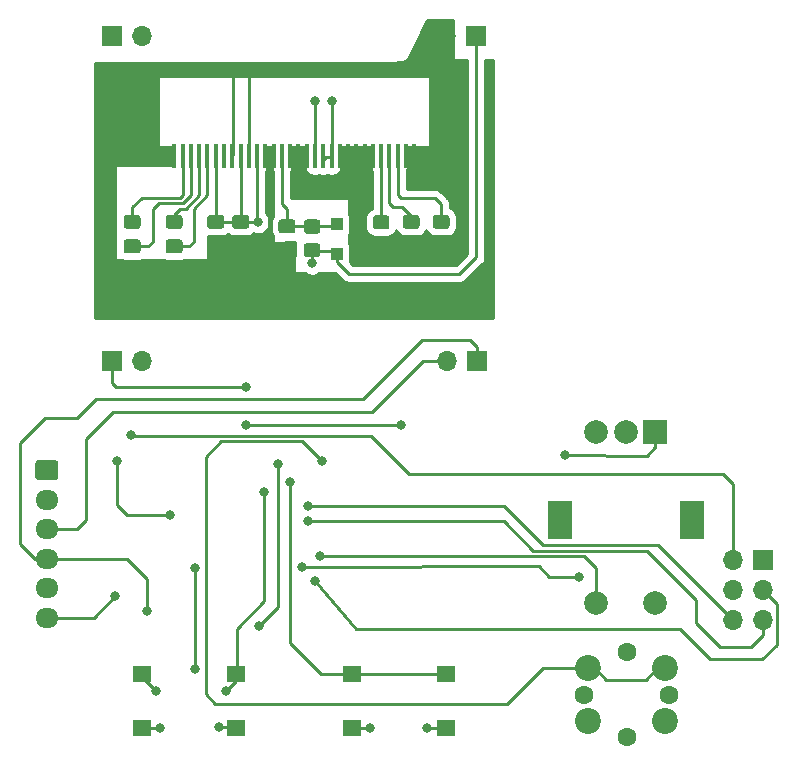
<source format=gbr>
%TF.GenerationSoftware,KiCad,Pcbnew,(5.1.9)-1*%
%TF.CreationDate,2021-03-19T20:46:11+01:00*%
%TF.ProjectId,Panel,50616e65-6c2e-46b6-9963-61645f706362,2*%
%TF.SameCoordinates,Original*%
%TF.FileFunction,Copper,L1,Top*%
%TF.FilePolarity,Positive*%
%FSLAX46Y46*%
G04 Gerber Fmt 4.6, Leading zero omitted, Abs format (unit mm)*
G04 Created by KiCad (PCBNEW (5.1.9)-1) date 2021-03-19 20:46:11*
%MOMM*%
%LPD*%
G01*
G04 APERTURE LIST*
%TA.AperFunction,ComponentPad*%
%ADD10C,1.600000*%
%TD*%
%TA.AperFunction,ComponentPad*%
%ADD11C,2.200000*%
%TD*%
%TA.AperFunction,SMDPad,CuDef*%
%ADD12R,1.000000X1.000000*%
%TD*%
%TA.AperFunction,ComponentPad*%
%ADD13R,1.700000X1.700000*%
%TD*%
%TA.AperFunction,ComponentPad*%
%ADD14O,1.700000X1.700000*%
%TD*%
%TA.AperFunction,ComponentPad*%
%ADD15O,1.950000X1.700000*%
%TD*%
%TA.AperFunction,ComponentPad*%
%ADD16R,2.000000X2.000000*%
%TD*%
%TA.AperFunction,ComponentPad*%
%ADD17C,2.000000*%
%TD*%
%TA.AperFunction,ComponentPad*%
%ADD18R,2.000000X3.200000*%
%TD*%
%TA.AperFunction,SMDPad,CuDef*%
%ADD19R,1.600000X1.400000*%
%TD*%
%TA.AperFunction,SMDPad,CuDef*%
%ADD20R,0.400000X2.000000*%
%TD*%
%TA.AperFunction,ViaPad*%
%ADD21C,0.800000*%
%TD*%
%TA.AperFunction,Conductor*%
%ADD22C,0.250000*%
%TD*%
%TA.AperFunction,Conductor*%
%ADD23C,0.254000*%
%TD*%
%TA.AperFunction,Conductor*%
%ADD24C,0.100000*%
%TD*%
G04 APERTURE END LIST*
D10*
%TO.P,SW104,-L2*%
%TO.N,GND*%
X118269200Y-114122200D03*
%TO.P,SW104,-L1*%
X125469200Y-114122200D03*
%TO.P,SW104,+L2*%
%TO.N,Net-(R105-Pad2)*%
X121869200Y-117722200D03*
%TO.P,SW104,+L1*%
%TO.N,Net-(R104-Pad2)*%
X121869200Y-110522200D03*
D11*
%TO.P,SW104,4*%
%TO.N,MBTN*%
X125119200Y-111872200D03*
%TO.P,SW104,3*%
X118619200Y-111872200D03*
%TO.P,SW104,2*%
%TO.N,GND*%
X118619200Y-116372200D03*
%TO.P,SW104,1*%
X125119200Y-116372200D03*
%TD*%
D12*
%TO.P,D201,2*%
%TO.N,Net-(C205-Pad1)*%
X97307400Y-74276900D03*
%TO.P,D201,1*%
%TO.N,+3V3*%
X97307400Y-76776900D03*
%TD*%
D13*
%TO.P,J104,1*%
%TO.N,SCL*%
X109169200Y-85852000D03*
D14*
%TO.P,J104,2*%
%TO.N,SDA*%
X106629200Y-85852000D03*
%TD*%
D13*
%TO.P,J101,1*%
%TO.N,+3V3*%
X78308200Y-85852000D03*
D14*
%TO.P,J101,2*%
%TO.N,GND*%
X80848200Y-85852000D03*
%TD*%
D15*
%TO.P,J102,6*%
%TO.N,~RST*%
X72771000Y-107597600D03*
%TO.P,J102,5*%
%TO.N,~INT*%
X72771000Y-105097600D03*
%TO.P,J102,4*%
%TO.N,SCL*%
X72771000Y-102597600D03*
%TO.P,J102,3*%
%TO.N,SDA*%
X72771000Y-100097600D03*
%TO.P,J102,2*%
%TO.N,VCC*%
X72771000Y-97597600D03*
%TO.P,J102,1*%
%TO.N,GND*%
%TA.AperFunction,ComponentPad*%
G36*
G01*
X72046000Y-94247600D02*
X73496000Y-94247600D01*
G75*
G02*
X73746000Y-94497600I0J-250000D01*
G01*
X73746000Y-95697600D01*
G75*
G02*
X73496000Y-95947600I-250000J0D01*
G01*
X72046000Y-95947600D01*
G75*
G02*
X71796000Y-95697600I0J250000D01*
G01*
X71796000Y-94497600D01*
G75*
G02*
X72046000Y-94247600I250000J0D01*
G01*
G37*
%TD.AperFunction*%
%TD*%
D16*
%TO.P,SW101,A*%
%TO.N,ENCA*%
X124297440Y-91859100D03*
D17*
%TO.P,SW101,C*%
%TO.N,GND*%
X121797440Y-91859100D03*
%TO.P,SW101,B*%
%TO.N,ENCB*%
X119297440Y-91859100D03*
D18*
%TO.P,SW101,MP*%
%TO.N,N/C*%
X127397440Y-99359100D03*
X116197440Y-99359100D03*
D17*
%TO.P,SW101,S2*%
%TO.N,GND*%
X124297440Y-106359100D03*
%TO.P,SW101,S1*%
%TO.N,ENCBTN*%
X119297440Y-106359100D03*
%TD*%
D19*
%TO.P,SW103,3*%
%TO.N,RBTN*%
X106581200Y-112392900D03*
%TO.P,SW103,4*%
X98581200Y-112392900D03*
%TO.P,SW103,1*%
%TO.N,GND*%
X106581200Y-116892900D03*
%TO.P,SW103,2*%
X98581200Y-116892900D03*
%TD*%
%TO.P,SW102,3*%
%TO.N,LBTN*%
X88797900Y-112392900D03*
%TO.P,SW102,4*%
X80797900Y-112392900D03*
%TO.P,SW102,1*%
%TO.N,GND*%
X88797900Y-116892900D03*
%TO.P,SW102,2*%
X80797900Y-116892900D03*
%TD*%
D14*
%TO.P,J103,6*%
%TO.N,IO3*%
X130873500Y-107823000D03*
%TO.P,J103,5*%
%TO.N,IO2*%
X133413500Y-107823000D03*
%TO.P,J103,4*%
%TO.N,IO1*%
X130873500Y-105283000D03*
%TO.P,J103,3*%
%TO.N,IO0*%
X133413500Y-105283000D03*
%TO.P,J103,2*%
%TO.N,VCC*%
X130873500Y-102743000D03*
D13*
%TO.P,J103,1*%
%TO.N,GND*%
X133413500Y-102743000D03*
%TD*%
%TO.P,C207,2*%
%TO.N,GND*%
%TA.AperFunction,SMDPad,CuDef*%
G36*
G01*
X105671600Y-75570500D02*
X106621600Y-75570500D01*
G75*
G02*
X106871600Y-75820500I0J-250000D01*
G01*
X106871600Y-76495500D01*
G75*
G02*
X106621600Y-76745500I-250000J0D01*
G01*
X105671600Y-76745500D01*
G75*
G02*
X105421600Y-76495500I0J250000D01*
G01*
X105421600Y-75820500D01*
G75*
G02*
X105671600Y-75570500I250000J0D01*
G01*
G37*
%TD.AperFunction*%
%TO.P,C207,1*%
%TO.N,Net-(C207-Pad1)*%
%TA.AperFunction,SMDPad,CuDef*%
G36*
G01*
X105671600Y-73495500D02*
X106621600Y-73495500D01*
G75*
G02*
X106871600Y-73745500I0J-250000D01*
G01*
X106871600Y-74420500D01*
G75*
G02*
X106621600Y-74670500I-250000J0D01*
G01*
X105671600Y-74670500D01*
G75*
G02*
X105421600Y-74420500I0J250000D01*
G01*
X105421600Y-73745500D01*
G75*
G02*
X105671600Y-73495500I250000J0D01*
G01*
G37*
%TD.AperFunction*%
%TD*%
D14*
%TO.P,J201,2*%
%TO.N,GND*%
X106578400Y-58331100D03*
D13*
%TO.P,J201,1*%
%TO.N,+3V3*%
X109118400Y-58331100D03*
%TD*%
%TO.P,C205,2*%
%TO.N,GND*%
%TA.AperFunction,SMDPad,CuDef*%
G36*
G01*
X92616000Y-75951500D02*
X93566000Y-75951500D01*
G75*
G02*
X93816000Y-76201500I0J-250000D01*
G01*
X93816000Y-76876500D01*
G75*
G02*
X93566000Y-77126500I-250000J0D01*
G01*
X92616000Y-77126500D01*
G75*
G02*
X92366000Y-76876500I0J250000D01*
G01*
X92366000Y-76201500D01*
G75*
G02*
X92616000Y-75951500I250000J0D01*
G01*
G37*
%TD.AperFunction*%
%TO.P,C205,1*%
%TO.N,Net-(C205-Pad1)*%
%TA.AperFunction,SMDPad,CuDef*%
G36*
G01*
X92616000Y-73876500D02*
X93566000Y-73876500D01*
G75*
G02*
X93816000Y-74126500I0J-250000D01*
G01*
X93816000Y-74801500D01*
G75*
G02*
X93566000Y-75051500I-250000J0D01*
G01*
X92616000Y-75051500D01*
G75*
G02*
X92366000Y-74801500I0J250000D01*
G01*
X92366000Y-74126500D01*
G75*
G02*
X92616000Y-73876500I250000J0D01*
G01*
G37*
%TD.AperFunction*%
%TD*%
%TO.P,R202,2*%
%TO.N,Net-(J203-Pad26)*%
%TA.AperFunction,SMDPad,CuDef*%
G36*
G01*
X101516601Y-74720500D02*
X100616599Y-74720500D01*
G75*
G02*
X100366600Y-74470501I0J249999D01*
G01*
X100366600Y-73770499D01*
G75*
G02*
X100616599Y-73520500I249999J0D01*
G01*
X101516601Y-73520500D01*
G75*
G02*
X101766600Y-73770499I0J-249999D01*
G01*
X101766600Y-74470501D01*
G75*
G02*
X101516601Y-74720500I-249999J0D01*
G01*
G37*
%TD.AperFunction*%
%TO.P,R202,1*%
%TO.N,GND*%
%TA.AperFunction,SMDPad,CuDef*%
G36*
G01*
X101516601Y-76720500D02*
X100616599Y-76720500D01*
G75*
G02*
X100366600Y-76470501I0J249999D01*
G01*
X100366600Y-75770499D01*
G75*
G02*
X100616599Y-75520500I249999J0D01*
G01*
X101516601Y-75520500D01*
G75*
G02*
X101766600Y-75770499I0J-249999D01*
G01*
X101766600Y-76470501D01*
G75*
G02*
X101516601Y-76720500I-249999J0D01*
G01*
G37*
%TD.AperFunction*%
%TD*%
%TO.P,C204,2*%
%TO.N,GND*%
%TA.AperFunction,SMDPad,CuDef*%
G36*
G01*
X88704400Y-75570500D02*
X89654400Y-75570500D01*
G75*
G02*
X89904400Y-75820500I0J-250000D01*
G01*
X89904400Y-76495500D01*
G75*
G02*
X89654400Y-76745500I-250000J0D01*
G01*
X88704400Y-76745500D01*
G75*
G02*
X88454400Y-76495500I0J250000D01*
G01*
X88454400Y-75820500D01*
G75*
G02*
X88704400Y-75570500I250000J0D01*
G01*
G37*
%TD.AperFunction*%
%TO.P,C204,1*%
%TO.N,+3V3*%
%TA.AperFunction,SMDPad,CuDef*%
G36*
G01*
X88704400Y-73495500D02*
X89654400Y-73495500D01*
G75*
G02*
X89904400Y-73745500I0J-250000D01*
G01*
X89904400Y-74420500D01*
G75*
G02*
X89654400Y-74670500I-250000J0D01*
G01*
X88704400Y-74670500D01*
G75*
G02*
X88454400Y-74420500I0J250000D01*
G01*
X88454400Y-73745500D01*
G75*
G02*
X88704400Y-73495500I250000J0D01*
G01*
G37*
%TD.AperFunction*%
%TD*%
D14*
%TO.P,J202,2*%
%TO.N,SDA*%
X80797400Y-58331100D03*
D13*
%TO.P,J202,1*%
%TO.N,SCL*%
X78257400Y-58331100D03*
%TD*%
%TO.P,C206,2*%
%TO.N,GND*%
%TA.AperFunction,SMDPad,CuDef*%
G36*
G01*
X103131600Y-75570500D02*
X104081600Y-75570500D01*
G75*
G02*
X104331600Y-75820500I0J-250000D01*
G01*
X104331600Y-76495500D01*
G75*
G02*
X104081600Y-76745500I-250000J0D01*
G01*
X103131600Y-76745500D01*
G75*
G02*
X102881600Y-76495500I0J250000D01*
G01*
X102881600Y-75820500D01*
G75*
G02*
X103131600Y-75570500I250000J0D01*
G01*
G37*
%TD.AperFunction*%
%TO.P,C206,1*%
%TO.N,Net-(C206-Pad1)*%
%TA.AperFunction,SMDPad,CuDef*%
G36*
G01*
X103131600Y-73495500D02*
X104081600Y-73495500D01*
G75*
G02*
X104331600Y-73745500I0J-250000D01*
G01*
X104331600Y-74420500D01*
G75*
G02*
X104081600Y-74670500I-250000J0D01*
G01*
X103131600Y-74670500D01*
G75*
G02*
X102881600Y-74420500I0J250000D01*
G01*
X102881600Y-73745500D01*
G75*
G02*
X103131600Y-73495500I250000J0D01*
G01*
G37*
%TD.AperFunction*%
%TD*%
%TO.P,C202,2*%
%TO.N,Net-(C202-Pad2)*%
%TA.AperFunction,SMDPad,CuDef*%
G36*
G01*
X83065600Y-75570500D02*
X84015600Y-75570500D01*
G75*
G02*
X84265600Y-75820500I0J-250000D01*
G01*
X84265600Y-76495500D01*
G75*
G02*
X84015600Y-76745500I-250000J0D01*
G01*
X83065600Y-76745500D01*
G75*
G02*
X82815600Y-76495500I0J250000D01*
G01*
X82815600Y-75820500D01*
G75*
G02*
X83065600Y-75570500I250000J0D01*
G01*
G37*
%TD.AperFunction*%
%TO.P,C202,1*%
%TO.N,Net-(C202-Pad1)*%
%TA.AperFunction,SMDPad,CuDef*%
G36*
G01*
X83065600Y-73495500D02*
X84015600Y-73495500D01*
G75*
G02*
X84265600Y-73745500I0J-250000D01*
G01*
X84265600Y-74420500D01*
G75*
G02*
X84015600Y-74670500I-250000J0D01*
G01*
X83065600Y-74670500D01*
G75*
G02*
X82815600Y-74420500I0J250000D01*
G01*
X82815600Y-73745500D01*
G75*
G02*
X83065600Y-73495500I250000J0D01*
G01*
G37*
%TD.AperFunction*%
%TD*%
D20*
%TO.P,J203,30*%
%TO.N,GND*%
X103870400Y-68523100D03*
%TO.P,J203,29*%
X103170400Y-68523100D03*
%TO.P,J203,28*%
%TO.N,Net-(C207-Pad1)*%
X102470400Y-68523100D03*
%TO.P,J203,27*%
%TO.N,Net-(C206-Pad1)*%
X101770400Y-68523100D03*
%TO.P,J203,26*%
%TO.N,Net-(J203-Pad26)*%
X101070400Y-68523100D03*
%TO.P,J203,25*%
%TO.N,GND*%
X100370400Y-68523100D03*
%TO.P,J203,24*%
X99670400Y-68523100D03*
%TO.P,J203,23*%
X98970400Y-68523100D03*
%TO.P,J203,22*%
X98270400Y-68523100D03*
%TO.P,J203,21*%
X97570400Y-68523100D03*
%TO.P,J203,20*%
%TO.N,SDA*%
X96870400Y-68523100D03*
%TO.P,J203,19*%
X96170400Y-68523100D03*
%TO.P,J203,18*%
%TO.N,SCL*%
X95470400Y-68523100D03*
%TO.P,J203,17*%
%TO.N,GND*%
X94770400Y-68523100D03*
%TO.P,J203,16*%
X94070400Y-68523100D03*
%TO.P,J203,15*%
X93370400Y-68523100D03*
%TO.P,J203,14*%
%TO.N,Net-(C205-Pad1)*%
X92670400Y-68523100D03*
%TO.P,J203,13*%
%TO.N,GND*%
X91970400Y-68523100D03*
%TO.P,J203,12*%
X91270400Y-68523100D03*
%TO.P,J203,11*%
%TO.N,+3V3*%
X90570400Y-68523100D03*
%TO.P,J203,10*%
%TO.N,GND*%
X89870400Y-68523100D03*
%TO.P,J203,9*%
%TO.N,+3V3*%
X89170400Y-68523100D03*
%TO.P,J203,8*%
%TO.N,GND*%
X88470400Y-68523100D03*
%TO.P,J203,7*%
%TO.N,N/C*%
X87770400Y-68523100D03*
%TO.P,J203,6*%
%TO.N,+3V3*%
X87070400Y-68523100D03*
%TO.P,J203,5*%
%TO.N,Net-(C202-Pad2)*%
X86370400Y-68523100D03*
%TO.P,J203,4*%
%TO.N,Net-(C202-Pad1)*%
X85670400Y-68523100D03*
%TO.P,J203,3*%
%TO.N,Net-(C201-Pad2)*%
X84970400Y-68523100D03*
%TO.P,J203,2*%
%TO.N,Net-(C201-Pad1)*%
X84270400Y-68523100D03*
%TO.P,J203,1*%
%TO.N,GND*%
X83570400Y-68523100D03*
%TD*%
%TO.P,R201,2*%
%TO.N,Net-(C205-Pad1)*%
%TA.AperFunction,SMDPad,CuDef*%
G36*
G01*
X95674601Y-75076100D02*
X94774599Y-75076100D01*
G75*
G02*
X94524600Y-74826101I0J249999D01*
G01*
X94524600Y-74126099D01*
G75*
G02*
X94774599Y-73876100I249999J0D01*
G01*
X95674601Y-73876100D01*
G75*
G02*
X95924600Y-74126099I0J-249999D01*
G01*
X95924600Y-74826101D01*
G75*
G02*
X95674601Y-75076100I-249999J0D01*
G01*
G37*
%TD.AperFunction*%
%TO.P,R201,1*%
%TO.N,+3V3*%
%TA.AperFunction,SMDPad,CuDef*%
G36*
G01*
X95674601Y-77076100D02*
X94774599Y-77076100D01*
G75*
G02*
X94524600Y-76826101I0J249999D01*
G01*
X94524600Y-76126099D01*
G75*
G02*
X94774599Y-75876100I249999J0D01*
G01*
X95674601Y-75876100D01*
G75*
G02*
X95924600Y-76126099I0J-249999D01*
G01*
X95924600Y-76826101D01*
G75*
G02*
X95674601Y-77076100I-249999J0D01*
G01*
G37*
%TD.AperFunction*%
%TD*%
%TO.P,C203,2*%
%TO.N,GND*%
%TA.AperFunction,SMDPad,CuDef*%
G36*
G01*
X86596200Y-75570500D02*
X87546200Y-75570500D01*
G75*
G02*
X87796200Y-75820500I0J-250000D01*
G01*
X87796200Y-76495500D01*
G75*
G02*
X87546200Y-76745500I-250000J0D01*
G01*
X86596200Y-76745500D01*
G75*
G02*
X86346200Y-76495500I0J250000D01*
G01*
X86346200Y-75820500D01*
G75*
G02*
X86596200Y-75570500I250000J0D01*
G01*
G37*
%TD.AperFunction*%
%TO.P,C203,1*%
%TO.N,+3V3*%
%TA.AperFunction,SMDPad,CuDef*%
G36*
G01*
X86596200Y-73495500D02*
X87546200Y-73495500D01*
G75*
G02*
X87796200Y-73745500I0J-250000D01*
G01*
X87796200Y-74420500D01*
G75*
G02*
X87546200Y-74670500I-250000J0D01*
G01*
X86596200Y-74670500D01*
G75*
G02*
X86346200Y-74420500I0J250000D01*
G01*
X86346200Y-73745500D01*
G75*
G02*
X86596200Y-73495500I250000J0D01*
G01*
G37*
%TD.AperFunction*%
%TD*%
%TO.P,C201,2*%
%TO.N,Net-(C201-Pad2)*%
%TA.AperFunction,SMDPad,CuDef*%
G36*
G01*
X79509600Y-75570500D02*
X80459600Y-75570500D01*
G75*
G02*
X80709600Y-75820500I0J-250000D01*
G01*
X80709600Y-76495500D01*
G75*
G02*
X80459600Y-76745500I-250000J0D01*
G01*
X79509600Y-76745500D01*
G75*
G02*
X79259600Y-76495500I0J250000D01*
G01*
X79259600Y-75820500D01*
G75*
G02*
X79509600Y-75570500I250000J0D01*
G01*
G37*
%TD.AperFunction*%
%TO.P,C201,1*%
%TO.N,Net-(C201-Pad1)*%
%TA.AperFunction,SMDPad,CuDef*%
G36*
G01*
X79509600Y-73495500D02*
X80459600Y-73495500D01*
G75*
G02*
X80709600Y-73745500I0J-250000D01*
G01*
X80709600Y-74420500D01*
G75*
G02*
X80459600Y-74670500I-250000J0D01*
G01*
X79509600Y-74670500D01*
G75*
G02*
X79259600Y-74420500I0J250000D01*
G01*
X79259600Y-73745500D01*
G75*
G02*
X79509600Y-73495500I250000J0D01*
G01*
G37*
%TD.AperFunction*%
%TD*%
D21*
%TO.N,GND*%
X92367100Y-94620080D03*
X90728800Y-108305600D03*
X78714600Y-94290133D03*
X83157060Y-98884740D03*
X104990900Y-116916200D03*
X87337900Y-116827300D03*
X100139500Y-116916200D03*
X82346800Y-116890800D03*
%TO.N,+3V3*%
X85338922Y-111897160D03*
X85354160Y-103378000D03*
X90622120Y-74089260D03*
X95224600Y-77597000D03*
X89611200Y-88061800D03*
X89611200Y-91262200D03*
X102717600Y-91262200D03*
%TO.N,VCC*%
X79933800Y-92151200D03*
%TO.N,~RST*%
X78574900Y-105751790D03*
%TO.N,SDA*%
X96870400Y-63868300D03*
%TO.N,SCL*%
X95478600Y-63868300D03*
X81280000Y-106984800D03*
%TO.N,IO1*%
X117856000Y-104139998D03*
X94335600Y-103276400D03*
%TO.N,IO0*%
X95453200Y-104521000D03*
%TO.N,LBTN*%
X91186000Y-96939100D03*
X81984850Y-113804700D03*
X87922100Y-113817400D03*
%TO.N,RBTN*%
X93342460Y-96093280D03*
%TO.N,MBTN*%
X96045020Y-94361000D03*
%TO.N,IO2*%
X94869000Y-99441000D03*
%TO.N,IO3*%
X94869000Y-98171000D03*
%TO.N,ENCA*%
X116651489Y-93851011D03*
%TO.N,ENCBTN*%
X95903999Y-102380999D03*
%TD*%
D22*
%TO.N,GND*%
X101066600Y-76120500D02*
X100366600Y-76120500D01*
X119466800Y-116372200D02*
X118619200Y-116372200D01*
X106583300Y-116890800D02*
X106581200Y-116892900D01*
X83080354Y-98884740D02*
X83157060Y-98884740D01*
X90728800Y-108305600D02*
X92332823Y-106701577D01*
X92332823Y-106701577D02*
X92332823Y-106498377D01*
X92332823Y-106498377D02*
X92367100Y-94620080D01*
X78714600Y-94290133D02*
X78714600Y-98044000D01*
X79555340Y-98884740D02*
X83157060Y-98884740D01*
X78714600Y-98044000D02*
X79555340Y-98884740D01*
X125119200Y-116372200D02*
X124551000Y-116372200D01*
X106557900Y-116916200D02*
X106581200Y-116892900D01*
X104990900Y-116916200D02*
X106557900Y-116916200D01*
X100116200Y-116892900D02*
X100139500Y-116916200D01*
X98581200Y-116892900D02*
X100116200Y-116892900D01*
X88732300Y-116827300D02*
X88797900Y-116892900D01*
X87337900Y-116827300D02*
X88732300Y-116827300D01*
X80797900Y-116892900D02*
X82344700Y-116892900D01*
X82344700Y-116892900D02*
X82346800Y-116890800D01*
X99796600Y-70649300D02*
X99670400Y-70523100D01*
X103170400Y-68523100D02*
X103870400Y-68523100D01*
X97570400Y-68523100D02*
X100370400Y-68523100D01*
X93370400Y-68523100D02*
X94770400Y-68523100D01*
X89870400Y-68523100D02*
X89870400Y-61472960D01*
X89870400Y-61472960D02*
X89855040Y-61488320D01*
X89855040Y-61488320D02*
X88549480Y-61488320D01*
X88549480Y-68444020D02*
X88470400Y-68523100D01*
X88549480Y-61488320D02*
X88549480Y-68444020D01*
X88549480Y-61488320D02*
X81594960Y-61488320D01*
X81594960Y-61488320D02*
X81594960Y-68351400D01*
X81766660Y-68523100D02*
X83570400Y-68523100D01*
X81594960Y-68351400D02*
X81766660Y-68523100D01*
X91970400Y-68523100D02*
X91270400Y-68523100D01*
X91270400Y-68523100D02*
X91270400Y-68796480D01*
X91270400Y-68796480D02*
X91602560Y-69128640D01*
X91602560Y-69128640D02*
X91602560Y-76352400D01*
X91789160Y-76539000D02*
X93091000Y-76539000D01*
X91602560Y-76352400D02*
X91789160Y-76539000D01*
%TO.N,+3V3*%
X89183300Y-74079100D02*
X89179400Y-74083000D01*
X87071200Y-74083000D02*
X87071200Y-70523900D01*
X87071200Y-70523900D02*
X87070400Y-70523100D01*
X87071200Y-74083000D02*
X89179400Y-74083000D01*
X85265262Y-111823500D02*
X85338922Y-111897160D01*
X85354160Y-111881922D02*
X85338922Y-111897160D01*
X85354160Y-103378000D02*
X85354160Y-111881922D01*
X89179400Y-74083000D02*
X90615860Y-74083000D01*
X90570400Y-74037540D02*
X90622120Y-74089260D01*
X90570400Y-68523100D02*
X90570400Y-74037540D01*
X98348800Y-78498700D02*
X97307400Y-77457300D01*
X97307400Y-77457300D02*
X97307400Y-76576900D01*
X107696000Y-78498700D02*
X98348800Y-78498700D01*
X109118400Y-77076300D02*
X107696000Y-78498700D01*
X109118400Y-58331100D02*
X109118400Y-77076300D01*
X95224600Y-76476100D02*
X95224600Y-77406500D01*
X95325400Y-76576900D02*
X95224600Y-76476100D01*
X97307400Y-76576900D02*
X95325400Y-76576900D01*
X78308200Y-87706200D02*
X78308200Y-85852000D01*
X78663800Y-88061800D02*
X78308200Y-87706200D01*
X89611200Y-88061800D02*
X78663800Y-88061800D01*
X89611200Y-91262200D02*
X102717600Y-91262200D01*
X87071200Y-68523900D02*
X87070400Y-68523100D01*
X87071200Y-70523900D02*
X87071200Y-68523900D01*
X89170400Y-69917200D02*
X89170400Y-68523100D01*
X89179400Y-69926200D02*
X89170400Y-69917200D01*
X89179400Y-74083000D02*
X89179400Y-69926200D01*
%TO.N,VCC*%
X130873500Y-96278700D02*
X130873500Y-102743000D01*
X130035300Y-95440500D02*
X130873500Y-96278700D01*
X103441500Y-95440500D02*
X130035300Y-95440500D01*
X100177600Y-92176600D02*
X103441500Y-95440500D01*
X80543400Y-92176600D02*
X100177600Y-92176600D01*
X79933800Y-92151200D02*
X80543400Y-92176600D01*
%TO.N,~RST*%
X72850400Y-107518200D02*
X72771000Y-107597600D01*
X76729090Y-107597600D02*
X78574900Y-105751790D01*
X72771000Y-107597600D02*
X76729090Y-107597600D01*
%TO.N,Net-(C201-Pad2)*%
X81360100Y-76158000D02*
X79984600Y-76158000D01*
X84970400Y-71773100D02*
X84264600Y-72478900D01*
X81762600Y-75755500D02*
X81762600Y-72961500D01*
X84970400Y-68523100D02*
X84970400Y-71773100D01*
X84264600Y-72478900D02*
X82245200Y-72478900D01*
X81762600Y-72961500D02*
X82245200Y-72478900D01*
X81762600Y-75755500D02*
X81360100Y-76158000D01*
%TO.N,Net-(C201-Pad1)*%
X84014610Y-72028890D02*
X84270400Y-71773100D01*
X80060800Y-74006800D02*
X79984600Y-74083000D01*
X79984600Y-72859900D02*
X80815610Y-72028890D01*
X79984600Y-74083000D02*
X79984600Y-72859900D01*
X80815610Y-72028890D02*
X84014610Y-72028890D01*
X84270400Y-71773100D02*
X84270400Y-68523100D01*
%TO.N,Net-(C202-Pad2)*%
X86370400Y-71773100D02*
X86370400Y-68523100D01*
X85191600Y-72951900D02*
X86370400Y-71773100D01*
X84789100Y-76158000D02*
X85191600Y-75755500D01*
X85191600Y-75755500D02*
X85191600Y-72951900D01*
X83540600Y-76158000D02*
X84789100Y-76158000D01*
%TO.N,Net-(C202-Pad1)*%
X83540600Y-73469500D02*
X83540600Y-74083000D01*
X84023200Y-72986900D02*
X83540600Y-73469500D01*
X85670400Y-68523100D02*
X85670400Y-71836690D01*
X85670400Y-71836690D02*
X84520190Y-72986900D01*
X84520190Y-72986900D02*
X84023200Y-72986900D01*
%TO.N,Net-(C205-Pad1)*%
X95009300Y-74464000D02*
X95021400Y-74476100D01*
X92697500Y-74502300D02*
X92659200Y-74464000D01*
X92670400Y-70523100D02*
X92670400Y-72566300D01*
X93091000Y-72986900D02*
X93091000Y-74464000D01*
X92670400Y-72566300D02*
X93091000Y-72986900D01*
X97294500Y-74464000D02*
X97307400Y-74476900D01*
X93091000Y-74464000D02*
X97294500Y-74464000D01*
X92659200Y-70534300D02*
X92670400Y-70523100D01*
X92659200Y-68534300D02*
X92670400Y-68523100D01*
X92659200Y-70534300D02*
X92659200Y-68534300D01*
%TO.N,Net-(C206-Pad1)*%
X103606600Y-74083000D02*
X103606600Y-73596500D01*
X103606600Y-73596500D02*
X102844600Y-72834500D01*
X102844600Y-72834500D02*
X102108000Y-72834500D01*
X101770400Y-72496900D02*
X101770400Y-68523100D01*
X102108000Y-72834500D02*
X101770400Y-72496900D01*
%TO.N,SDA*%
X96870400Y-63863100D02*
X96870400Y-68612900D01*
X72326500Y-100186500D02*
X72390000Y-100123000D01*
X104622600Y-85852000D02*
X106629200Y-85852000D01*
X100304600Y-90170000D02*
X104622600Y-85852000D01*
X78359000Y-90170000D02*
X100304600Y-90170000D01*
X76073000Y-92456000D02*
X78359000Y-90170000D01*
X76073000Y-99339400D02*
X76073000Y-92456000D01*
X75314800Y-100097600D02*
X76073000Y-99339400D01*
X72771000Y-100097600D02*
X75314800Y-100097600D01*
X96372800Y-68612900D02*
X96170400Y-68815300D01*
X96870400Y-68612900D02*
X96372800Y-68612900D01*
%TO.N,SCL*%
X79534400Y-102597600D02*
X72771000Y-102597600D01*
X81280000Y-104343200D02*
X79534400Y-102597600D01*
X81280000Y-106984800D02*
X81280000Y-104343200D01*
X109169200Y-84646220D02*
X109169200Y-85852000D01*
X104521000Y-84074000D02*
X108596980Y-84074000D01*
X99517200Y-89077800D02*
X104521000Y-84074000D01*
X75311000Y-90678000D02*
X76911200Y-89077800D01*
X72644000Y-90678000D02*
X75311000Y-90678000D01*
X70535800Y-92786200D02*
X72644000Y-90678000D01*
X108596980Y-84074000D02*
X109169200Y-84646220D01*
X70535800Y-101346000D02*
X70535800Y-92786200D01*
X71787400Y-102597600D02*
X70535800Y-101346000D01*
X76911200Y-89077800D02*
X99517200Y-89077800D01*
X72771000Y-102597600D02*
X71787400Y-102597600D01*
X95478600Y-63868300D02*
X95478600Y-68514900D01*
%TO.N,IO1*%
X115315998Y-104139998D02*
X117856000Y-104139998D01*
X114427000Y-103251000D02*
X115315998Y-104139998D01*
X94335600Y-103276400D02*
X114427000Y-103251000D01*
%TO.N,IO0*%
X134569200Y-106438700D02*
X133413500Y-105283000D01*
X134588501Y-108387001D02*
X134588501Y-107258999D01*
X134569200Y-108406302D02*
X134588501Y-108387001D01*
X134569200Y-107239698D02*
X134569200Y-106438700D01*
X134569200Y-109905800D02*
X134569200Y-108406302D01*
X134588501Y-107258999D02*
X134569200Y-107239698D01*
X133350000Y-111125000D02*
X134569200Y-109905800D01*
X128905000Y-111125000D02*
X133350000Y-111125000D01*
X126365000Y-108585000D02*
X128905000Y-111125000D01*
X98933000Y-108585000D02*
X126365000Y-108585000D01*
X95453200Y-104521000D02*
X98933000Y-108585000D01*
%TO.N,Net-(J203-Pad26)*%
X101066600Y-74120500D02*
X101066600Y-70526900D01*
X101066600Y-70526900D02*
X101070400Y-70523100D01*
X101066600Y-68526900D02*
X101070400Y-68523100D01*
X101066600Y-70526900D02*
X101066600Y-68526900D01*
%TO.N,LBTN*%
X91186000Y-106172000D02*
X88836000Y-108522000D01*
X91186000Y-96939100D02*
X91186000Y-106172000D01*
X88836000Y-108522000D02*
X88836000Y-112354800D01*
X88797900Y-112941600D02*
X87922100Y-113817400D01*
X88797900Y-112392900D02*
X88797900Y-112941600D01*
X80797900Y-112392900D02*
X80797900Y-112649500D01*
X80797900Y-112617750D02*
X81984850Y-113804700D01*
X80797900Y-112392900D02*
X80797900Y-112617750D01*
%TO.N,RBTN*%
X93342460Y-96093280D02*
X93345000Y-96520000D01*
X93342460Y-96093280D02*
X93342460Y-109738160D01*
X95997200Y-112392900D02*
X98581200Y-112392900D01*
X93342460Y-109738160D02*
X95997200Y-112392900D01*
X98581200Y-112392900D02*
X106581200Y-112392900D01*
%TO.N,MBTN*%
X118619200Y-111872200D02*
X118641300Y-111872200D01*
X94343650Y-92659630D02*
X96045020Y-94361000D01*
X86217760Y-93966170D02*
X87524300Y-92659630D01*
X86217760Y-114068860D02*
X86217760Y-93966170D01*
X111747300Y-114884200D02*
X87033100Y-114884200D01*
X114759300Y-111872200D02*
X111747300Y-114884200D01*
X87524300Y-92659630D02*
X94343650Y-92659630D01*
X87033100Y-114884200D02*
X86217760Y-114068860D01*
X118619200Y-111872200D02*
X114759300Y-111872200D01*
X119149300Y-111872200D02*
X118619200Y-111872200D01*
X120103900Y-112826800D02*
X119149300Y-111872200D01*
X123456700Y-112826800D02*
X120103900Y-112826800D01*
X124411300Y-111872200D02*
X123456700Y-112826800D01*
X125119200Y-111872200D02*
X124411300Y-111872200D01*
%TO.N,Net-(C207-Pad1)*%
X102769800Y-72072500D02*
X102470400Y-71773100D01*
X106146600Y-73558000D02*
X106146600Y-72580500D01*
X102470400Y-71773100D02*
X102470400Y-68523100D01*
X105638600Y-72072500D02*
X102769800Y-72072500D01*
X106146600Y-72580500D02*
X105638600Y-72072500D01*
%TO.N,IO2*%
X94869000Y-99441000D02*
X111467900Y-99441000D01*
X111467900Y-99441000D02*
X113949911Y-101923011D01*
X129743200Y-110058200D02*
X132380381Y-110058200D01*
X127762000Y-108077000D02*
X129743200Y-110058200D01*
X127762000Y-106090998D02*
X127762000Y-108077000D01*
X113949911Y-101923011D02*
X123594013Y-101923011D01*
X133413500Y-109025081D02*
X133413500Y-107823000D01*
X123594013Y-101923011D02*
X127762000Y-106090998D01*
X132380381Y-110058200D02*
X133413500Y-109025081D01*
%TO.N,IO3*%
X111480600Y-98171000D02*
X114782600Y-101473000D01*
X114782600Y-101473000D02*
X124523500Y-101473000D01*
X124523500Y-101473000D02*
X130873500Y-107823000D01*
X94869000Y-98171000D02*
X111480600Y-98171000D01*
%TO.N,ENCB*%
X119341900Y-91814640D02*
X119297440Y-91859100D01*
%TO.N,ENCA*%
X123540842Y-93865698D02*
X124297440Y-93109100D01*
X124297440Y-93109100D02*
X124297440Y-91859100D01*
X116651489Y-93851011D02*
X123540842Y-93865698D01*
%TO.N,ENCBTN*%
X95903999Y-102380999D02*
X118255999Y-102380999D01*
X119297440Y-103422440D02*
X119297440Y-106359100D01*
X118255999Y-102380999D02*
X119297440Y-103422440D01*
%TO.N,Net-(R104-Pad2)*%
X121869200Y-110522200D02*
X121825200Y-110522200D01*
%TD*%
D23*
%TO.N,GND*%
X107162600Y-60261500D02*
X107165040Y-60286276D01*
X107172267Y-60310101D01*
X107184003Y-60332057D01*
X107199797Y-60351303D01*
X107219043Y-60367097D01*
X107240999Y-60378833D01*
X107264824Y-60386060D01*
X107289600Y-60388500D01*
X108358400Y-60388500D01*
X108358401Y-76761497D01*
X107381199Y-77738700D01*
X98663602Y-77738700D01*
X98408325Y-77483423D01*
X98433212Y-77401382D01*
X98445472Y-77276900D01*
X98445472Y-76276900D01*
X98433212Y-76152418D01*
X98396902Y-76032720D01*
X98364618Y-75972322D01*
X98362403Y-75085622D01*
X98396902Y-75021080D01*
X98433212Y-74901382D01*
X98445472Y-74776900D01*
X98445472Y-73776900D01*
X98433212Y-73652418D01*
X98396902Y-73532720D01*
X98358343Y-73460582D01*
X98355150Y-72182673D01*
X98352620Y-72157766D01*
X98345307Y-72133968D01*
X98333492Y-72112054D01*
X98317629Y-72092865D01*
X98298328Y-72077141D01*
X98276329Y-72065483D01*
X98252479Y-72058342D01*
X98227694Y-72055991D01*
X93430400Y-72073224D01*
X93430400Y-70560423D01*
X93434076Y-70523101D01*
X93430400Y-70485778D01*
X93430400Y-70485767D01*
X93419403Y-70374114D01*
X93419200Y-70373445D01*
X93419200Y-69843427D01*
X93459902Y-69767280D01*
X93496212Y-69647582D01*
X93508472Y-69523100D01*
X93508472Y-67765119D01*
X94632328Y-67764179D01*
X94632328Y-69523100D01*
X94644588Y-69647582D01*
X94680898Y-69767280D01*
X94739863Y-69877594D01*
X94819215Y-69974285D01*
X94915906Y-70053637D01*
X95026220Y-70112602D01*
X95145918Y-70148912D01*
X95270400Y-70161172D01*
X95670400Y-70161172D01*
X95794882Y-70148912D01*
X95820400Y-70141171D01*
X95845918Y-70148912D01*
X95970400Y-70161172D01*
X96370400Y-70161172D01*
X96494882Y-70148912D01*
X96520400Y-70141171D01*
X96545918Y-70148912D01*
X96670400Y-70161172D01*
X97070400Y-70161172D01*
X97194882Y-70148912D01*
X97314580Y-70112602D01*
X97424894Y-70053637D01*
X97521585Y-69974285D01*
X97600937Y-69877594D01*
X97659902Y-69767280D01*
X97696212Y-69647582D01*
X97708472Y-69523100D01*
X97708472Y-67761604D01*
X100232328Y-67759491D01*
X100232328Y-69523100D01*
X100244588Y-69647582D01*
X100280898Y-69767280D01*
X100306600Y-69815365D01*
X100306600Y-70489577D01*
X100302924Y-70526900D01*
X100306600Y-70564222D01*
X100306600Y-70564232D01*
X100306601Y-70564242D01*
X100306600Y-72940973D01*
X100276749Y-72950028D01*
X100123213Y-73032095D01*
X99988638Y-73142538D01*
X99878195Y-73277113D01*
X99796128Y-73430649D01*
X99745592Y-73597245D01*
X99728528Y-73770499D01*
X99728528Y-74470501D01*
X99745592Y-74643755D01*
X99796128Y-74810351D01*
X99878195Y-74963887D01*
X99988638Y-75098462D01*
X100123213Y-75208905D01*
X100276749Y-75290972D01*
X100443345Y-75341508D01*
X100616599Y-75358572D01*
X101516601Y-75358572D01*
X101689855Y-75341508D01*
X101856451Y-75290972D01*
X102009987Y-75208905D01*
X102144562Y-75098462D01*
X102255005Y-74963887D01*
X102337072Y-74810351D01*
X102337355Y-74809417D01*
X102393195Y-74913886D01*
X102503638Y-75048462D01*
X102638214Y-75158905D01*
X102791750Y-75240972D01*
X102958346Y-75291508D01*
X103131600Y-75308572D01*
X104081600Y-75308572D01*
X104254854Y-75291508D01*
X104421450Y-75240972D01*
X104574986Y-75158905D01*
X104709562Y-75048462D01*
X104820005Y-74913886D01*
X104876600Y-74808005D01*
X104933195Y-74913886D01*
X105043638Y-75048462D01*
X105178214Y-75158905D01*
X105331750Y-75240972D01*
X105498346Y-75291508D01*
X105671600Y-75308572D01*
X106621600Y-75308572D01*
X106794854Y-75291508D01*
X106961450Y-75240972D01*
X107114986Y-75158905D01*
X107249562Y-75048462D01*
X107360005Y-74913886D01*
X107442072Y-74760350D01*
X107492608Y-74593754D01*
X107509672Y-74420500D01*
X107509672Y-73745500D01*
X107492608Y-73572246D01*
X107442072Y-73405650D01*
X107360005Y-73252114D01*
X107249562Y-73117538D01*
X107114986Y-73007095D01*
X106961450Y-72925028D01*
X106906600Y-72908390D01*
X106906600Y-72617822D01*
X106910276Y-72580499D01*
X106906600Y-72543176D01*
X106906600Y-72543167D01*
X106895603Y-72431514D01*
X106852146Y-72288253D01*
X106781574Y-72156224D01*
X106686601Y-72040499D01*
X106657602Y-72016700D01*
X106202403Y-71561502D01*
X106178601Y-71532499D01*
X106062876Y-71437526D01*
X105930847Y-71366954D01*
X105787586Y-71323497D01*
X105675933Y-71312500D01*
X105675922Y-71312500D01*
X105638600Y-71308824D01*
X105601278Y-71312500D01*
X103230400Y-71312500D01*
X103230400Y-69822473D01*
X103259902Y-69767280D01*
X103296212Y-69647582D01*
X103308472Y-69523100D01*
X103308472Y-67756916D01*
X105045831Y-67755462D01*
X105070501Y-67753022D01*
X105094326Y-67745795D01*
X105116282Y-67734059D01*
X105135528Y-67718265D01*
X105151322Y-67699019D01*
X105163058Y-67677063D01*
X105170285Y-67653238D01*
X105172725Y-67628462D01*
X105172725Y-61849962D01*
X105170305Y-61825290D01*
X105163098Y-61801459D01*
X105151381Y-61779493D01*
X105135603Y-61760235D01*
X105116371Y-61744424D01*
X105094424Y-61732670D01*
X105070606Y-61725423D01*
X105045831Y-61722962D01*
X82287431Y-61703912D01*
X82262549Y-61706352D01*
X82238724Y-61713579D01*
X82216768Y-61725315D01*
X82197522Y-61741109D01*
X82181728Y-61760355D01*
X82169992Y-61782311D01*
X82162765Y-61806136D01*
X82160325Y-61830912D01*
X82160325Y-67647512D01*
X82162786Y-67672393D01*
X82170033Y-67696211D01*
X82181787Y-67718158D01*
X82197598Y-67737390D01*
X82216856Y-67753168D01*
X82238822Y-67764885D01*
X82262653Y-67772092D01*
X82287431Y-67774512D01*
X83432328Y-67773554D01*
X83432328Y-69286120D01*
X78690501Y-69286120D01*
X78666051Y-69288496D01*
X78642208Y-69295660D01*
X78620221Y-69307339D01*
X78600934Y-69323082D01*
X78585090Y-69342286D01*
X78573296Y-69364212D01*
X78566007Y-69388017D01*
X78563501Y-69412787D01*
X78543181Y-77167407D01*
X78545621Y-77192516D01*
X78552848Y-77216341D01*
X78564584Y-77238297D01*
X78580378Y-77257543D01*
X78599624Y-77273337D01*
X78621580Y-77285073D01*
X78645405Y-77292300D01*
X78670181Y-77294740D01*
X79130028Y-77294740D01*
X79169750Y-77315972D01*
X79336346Y-77366508D01*
X79509600Y-77383572D01*
X80459600Y-77383572D01*
X80632854Y-77366508D01*
X80799450Y-77315972D01*
X80839172Y-77294740D01*
X82686028Y-77294740D01*
X82725750Y-77315972D01*
X82892346Y-77366508D01*
X83065600Y-77383572D01*
X84015600Y-77383572D01*
X84188854Y-77366508D01*
X84355450Y-77315972D01*
X84395172Y-77294740D01*
X86290181Y-77294740D01*
X86314631Y-77292364D01*
X86338474Y-77285200D01*
X86360461Y-77273521D01*
X86379748Y-77257778D01*
X86395592Y-77238574D01*
X86407386Y-77216648D01*
X86414675Y-77192843D01*
X86417181Y-77168073D01*
X86422099Y-75291251D01*
X86422946Y-75291508D01*
X86596200Y-75308572D01*
X87546200Y-75308572D01*
X87719454Y-75291508D01*
X87886050Y-75240972D01*
X88039586Y-75158905D01*
X88125300Y-75088562D01*
X88211014Y-75158905D01*
X88364550Y-75240972D01*
X88531146Y-75291508D01*
X88704400Y-75308572D01*
X89654400Y-75308572D01*
X89827654Y-75291508D01*
X89994250Y-75240972D01*
X90147786Y-75158905D01*
X90265889Y-75061981D01*
X90320222Y-75084486D01*
X90520181Y-75124260D01*
X90724059Y-75124260D01*
X90924018Y-75084486D01*
X91112376Y-75006465D01*
X91281894Y-74893197D01*
X91426057Y-74749034D01*
X91539325Y-74579516D01*
X91617346Y-74391158D01*
X91657120Y-74191199D01*
X91657120Y-73987321D01*
X91617346Y-73787362D01*
X91539325Y-73599004D01*
X91426057Y-73429486D01*
X91331370Y-73334799D01*
X91336553Y-69810962D01*
X91359902Y-69767280D01*
X91396212Y-69647582D01*
X91408472Y-69523100D01*
X91408472Y-67766877D01*
X91832328Y-67766522D01*
X91832328Y-69523100D01*
X91844588Y-69647582D01*
X91880898Y-69767280D01*
X91899200Y-69801521D01*
X91899200Y-70496977D01*
X91895524Y-70534300D01*
X91899200Y-70571622D01*
X91899200Y-70571632D01*
X91910197Y-70683285D01*
X91910400Y-70683955D01*
X91910401Y-72528968D01*
X91906724Y-72566300D01*
X91910401Y-72603633D01*
X91913874Y-72638894D01*
X91912841Y-73590166D01*
X91877595Y-73633114D01*
X91795528Y-73786650D01*
X91744992Y-73953246D01*
X91727928Y-74126500D01*
X91727928Y-74801500D01*
X91744992Y-74974754D01*
X91795528Y-75141350D01*
X91877595Y-75294886D01*
X91910946Y-75335525D01*
X91910535Y-75714087D01*
X91913468Y-75741360D01*
X91921145Y-75765043D01*
X91933296Y-75786773D01*
X91949452Y-75805715D01*
X91968993Y-75821141D01*
X91991169Y-75832458D01*
X92015126Y-75839232D01*
X92039944Y-75841202D01*
X93750149Y-75808756D01*
X93726006Y-78319679D01*
X93728660Y-78346756D01*
X93736093Y-78370517D01*
X93748020Y-78392371D01*
X93763980Y-78411478D01*
X93783362Y-78427105D01*
X93805419Y-78438650D01*
X93829305Y-78445670D01*
X93854102Y-78447895D01*
X94625090Y-78441204D01*
X94734344Y-78514205D01*
X94922702Y-78592226D01*
X95122661Y-78632000D01*
X95326539Y-78632000D01*
X95526498Y-78592226D01*
X95714856Y-78514205D01*
X95839887Y-78430662D01*
X97194208Y-78418909D01*
X97785001Y-79009703D01*
X97808799Y-79038701D01*
X97837797Y-79062499D01*
X97924523Y-79133674D01*
X98056553Y-79204246D01*
X98199814Y-79247703D01*
X98311467Y-79258700D01*
X98311477Y-79258700D01*
X98348799Y-79262376D01*
X98386122Y-79258700D01*
X107658678Y-79258700D01*
X107696000Y-79262376D01*
X107733322Y-79258700D01*
X107733333Y-79258700D01*
X107844986Y-79247703D01*
X107988247Y-79204246D01*
X108120276Y-79133674D01*
X108236001Y-79038701D01*
X108259804Y-79009697D01*
X109629403Y-77640099D01*
X109658401Y-77616301D01*
X109753374Y-77500576D01*
X109823946Y-77368547D01*
X109867403Y-77225286D01*
X109878400Y-77113633D01*
X109878400Y-77113624D01*
X109882076Y-77076301D01*
X109878400Y-77038978D01*
X109878400Y-60388500D01*
X110516201Y-60388500D01*
X110516200Y-82182500D01*
X76885000Y-82182500D01*
X76885000Y-60642500D01*
X102336600Y-60642500D01*
X102361376Y-60640060D01*
X102385201Y-60632833D01*
X102407157Y-60621097D01*
X102426403Y-60605303D01*
X102442197Y-60586057D01*
X102450876Y-60570907D01*
X102465813Y-60540100D01*
X102710347Y-60540100D01*
X102719606Y-60541681D01*
X102777681Y-60540100D01*
X102802047Y-60540100D01*
X102811354Y-60539183D01*
X102854489Y-60538009D01*
X102878340Y-60532586D01*
X102902683Y-60530188D01*
X102943988Y-60517658D01*
X102986063Y-60508091D01*
X103008392Y-60498122D01*
X103031806Y-60491019D01*
X103069879Y-60470669D01*
X103109273Y-60453080D01*
X103129227Y-60438947D01*
X103150807Y-60427412D01*
X103184175Y-60400028D01*
X103219384Y-60375089D01*
X103236201Y-60357330D01*
X103255111Y-60341811D01*
X103282497Y-60308441D01*
X103312163Y-60277114D01*
X103325189Y-60256422D01*
X103340712Y-60237507D01*
X103361058Y-60199443D01*
X103366035Y-60191536D01*
X103376918Y-60169769D01*
X103404319Y-60118506D01*
X103407048Y-60109511D01*
X104969753Y-56984100D01*
X107162600Y-56984100D01*
X107162600Y-60261500D01*
%TA.AperFunction,Conductor*%
D24*
G36*
X107162600Y-60261500D02*
G01*
X107165040Y-60286276D01*
X107172267Y-60310101D01*
X107184003Y-60332057D01*
X107199797Y-60351303D01*
X107219043Y-60367097D01*
X107240999Y-60378833D01*
X107264824Y-60386060D01*
X107289600Y-60388500D01*
X108358400Y-60388500D01*
X108358401Y-76761497D01*
X107381199Y-77738700D01*
X98663602Y-77738700D01*
X98408325Y-77483423D01*
X98433212Y-77401382D01*
X98445472Y-77276900D01*
X98445472Y-76276900D01*
X98433212Y-76152418D01*
X98396902Y-76032720D01*
X98364618Y-75972322D01*
X98362403Y-75085622D01*
X98396902Y-75021080D01*
X98433212Y-74901382D01*
X98445472Y-74776900D01*
X98445472Y-73776900D01*
X98433212Y-73652418D01*
X98396902Y-73532720D01*
X98358343Y-73460582D01*
X98355150Y-72182673D01*
X98352620Y-72157766D01*
X98345307Y-72133968D01*
X98333492Y-72112054D01*
X98317629Y-72092865D01*
X98298328Y-72077141D01*
X98276329Y-72065483D01*
X98252479Y-72058342D01*
X98227694Y-72055991D01*
X93430400Y-72073224D01*
X93430400Y-70560423D01*
X93434076Y-70523101D01*
X93430400Y-70485778D01*
X93430400Y-70485767D01*
X93419403Y-70374114D01*
X93419200Y-70373445D01*
X93419200Y-69843427D01*
X93459902Y-69767280D01*
X93496212Y-69647582D01*
X93508472Y-69523100D01*
X93508472Y-67765119D01*
X94632328Y-67764179D01*
X94632328Y-69523100D01*
X94644588Y-69647582D01*
X94680898Y-69767280D01*
X94739863Y-69877594D01*
X94819215Y-69974285D01*
X94915906Y-70053637D01*
X95026220Y-70112602D01*
X95145918Y-70148912D01*
X95270400Y-70161172D01*
X95670400Y-70161172D01*
X95794882Y-70148912D01*
X95820400Y-70141171D01*
X95845918Y-70148912D01*
X95970400Y-70161172D01*
X96370400Y-70161172D01*
X96494882Y-70148912D01*
X96520400Y-70141171D01*
X96545918Y-70148912D01*
X96670400Y-70161172D01*
X97070400Y-70161172D01*
X97194882Y-70148912D01*
X97314580Y-70112602D01*
X97424894Y-70053637D01*
X97521585Y-69974285D01*
X97600937Y-69877594D01*
X97659902Y-69767280D01*
X97696212Y-69647582D01*
X97708472Y-69523100D01*
X97708472Y-67761604D01*
X100232328Y-67759491D01*
X100232328Y-69523100D01*
X100244588Y-69647582D01*
X100280898Y-69767280D01*
X100306600Y-69815365D01*
X100306600Y-70489577D01*
X100302924Y-70526900D01*
X100306600Y-70564222D01*
X100306600Y-70564232D01*
X100306601Y-70564242D01*
X100306600Y-72940973D01*
X100276749Y-72950028D01*
X100123213Y-73032095D01*
X99988638Y-73142538D01*
X99878195Y-73277113D01*
X99796128Y-73430649D01*
X99745592Y-73597245D01*
X99728528Y-73770499D01*
X99728528Y-74470501D01*
X99745592Y-74643755D01*
X99796128Y-74810351D01*
X99878195Y-74963887D01*
X99988638Y-75098462D01*
X100123213Y-75208905D01*
X100276749Y-75290972D01*
X100443345Y-75341508D01*
X100616599Y-75358572D01*
X101516601Y-75358572D01*
X101689855Y-75341508D01*
X101856451Y-75290972D01*
X102009987Y-75208905D01*
X102144562Y-75098462D01*
X102255005Y-74963887D01*
X102337072Y-74810351D01*
X102337355Y-74809417D01*
X102393195Y-74913886D01*
X102503638Y-75048462D01*
X102638214Y-75158905D01*
X102791750Y-75240972D01*
X102958346Y-75291508D01*
X103131600Y-75308572D01*
X104081600Y-75308572D01*
X104254854Y-75291508D01*
X104421450Y-75240972D01*
X104574986Y-75158905D01*
X104709562Y-75048462D01*
X104820005Y-74913886D01*
X104876600Y-74808005D01*
X104933195Y-74913886D01*
X105043638Y-75048462D01*
X105178214Y-75158905D01*
X105331750Y-75240972D01*
X105498346Y-75291508D01*
X105671600Y-75308572D01*
X106621600Y-75308572D01*
X106794854Y-75291508D01*
X106961450Y-75240972D01*
X107114986Y-75158905D01*
X107249562Y-75048462D01*
X107360005Y-74913886D01*
X107442072Y-74760350D01*
X107492608Y-74593754D01*
X107509672Y-74420500D01*
X107509672Y-73745500D01*
X107492608Y-73572246D01*
X107442072Y-73405650D01*
X107360005Y-73252114D01*
X107249562Y-73117538D01*
X107114986Y-73007095D01*
X106961450Y-72925028D01*
X106906600Y-72908390D01*
X106906600Y-72617822D01*
X106910276Y-72580499D01*
X106906600Y-72543176D01*
X106906600Y-72543167D01*
X106895603Y-72431514D01*
X106852146Y-72288253D01*
X106781574Y-72156224D01*
X106686601Y-72040499D01*
X106657602Y-72016700D01*
X106202403Y-71561502D01*
X106178601Y-71532499D01*
X106062876Y-71437526D01*
X105930847Y-71366954D01*
X105787586Y-71323497D01*
X105675933Y-71312500D01*
X105675922Y-71312500D01*
X105638600Y-71308824D01*
X105601278Y-71312500D01*
X103230400Y-71312500D01*
X103230400Y-69822473D01*
X103259902Y-69767280D01*
X103296212Y-69647582D01*
X103308472Y-69523100D01*
X103308472Y-67756916D01*
X105045831Y-67755462D01*
X105070501Y-67753022D01*
X105094326Y-67745795D01*
X105116282Y-67734059D01*
X105135528Y-67718265D01*
X105151322Y-67699019D01*
X105163058Y-67677063D01*
X105170285Y-67653238D01*
X105172725Y-67628462D01*
X105172725Y-61849962D01*
X105170305Y-61825290D01*
X105163098Y-61801459D01*
X105151381Y-61779493D01*
X105135603Y-61760235D01*
X105116371Y-61744424D01*
X105094424Y-61732670D01*
X105070606Y-61725423D01*
X105045831Y-61722962D01*
X82287431Y-61703912D01*
X82262549Y-61706352D01*
X82238724Y-61713579D01*
X82216768Y-61725315D01*
X82197522Y-61741109D01*
X82181728Y-61760355D01*
X82169992Y-61782311D01*
X82162765Y-61806136D01*
X82160325Y-61830912D01*
X82160325Y-67647512D01*
X82162786Y-67672393D01*
X82170033Y-67696211D01*
X82181787Y-67718158D01*
X82197598Y-67737390D01*
X82216856Y-67753168D01*
X82238822Y-67764885D01*
X82262653Y-67772092D01*
X82287431Y-67774512D01*
X83432328Y-67773554D01*
X83432328Y-69286120D01*
X78690501Y-69286120D01*
X78666051Y-69288496D01*
X78642208Y-69295660D01*
X78620221Y-69307339D01*
X78600934Y-69323082D01*
X78585090Y-69342286D01*
X78573296Y-69364212D01*
X78566007Y-69388017D01*
X78563501Y-69412787D01*
X78543181Y-77167407D01*
X78545621Y-77192516D01*
X78552848Y-77216341D01*
X78564584Y-77238297D01*
X78580378Y-77257543D01*
X78599624Y-77273337D01*
X78621580Y-77285073D01*
X78645405Y-77292300D01*
X78670181Y-77294740D01*
X79130028Y-77294740D01*
X79169750Y-77315972D01*
X79336346Y-77366508D01*
X79509600Y-77383572D01*
X80459600Y-77383572D01*
X80632854Y-77366508D01*
X80799450Y-77315972D01*
X80839172Y-77294740D01*
X82686028Y-77294740D01*
X82725750Y-77315972D01*
X82892346Y-77366508D01*
X83065600Y-77383572D01*
X84015600Y-77383572D01*
X84188854Y-77366508D01*
X84355450Y-77315972D01*
X84395172Y-77294740D01*
X86290181Y-77294740D01*
X86314631Y-77292364D01*
X86338474Y-77285200D01*
X86360461Y-77273521D01*
X86379748Y-77257778D01*
X86395592Y-77238574D01*
X86407386Y-77216648D01*
X86414675Y-77192843D01*
X86417181Y-77168073D01*
X86422099Y-75291251D01*
X86422946Y-75291508D01*
X86596200Y-75308572D01*
X87546200Y-75308572D01*
X87719454Y-75291508D01*
X87886050Y-75240972D01*
X88039586Y-75158905D01*
X88125300Y-75088562D01*
X88211014Y-75158905D01*
X88364550Y-75240972D01*
X88531146Y-75291508D01*
X88704400Y-75308572D01*
X89654400Y-75308572D01*
X89827654Y-75291508D01*
X89994250Y-75240972D01*
X90147786Y-75158905D01*
X90265889Y-75061981D01*
X90320222Y-75084486D01*
X90520181Y-75124260D01*
X90724059Y-75124260D01*
X90924018Y-75084486D01*
X91112376Y-75006465D01*
X91281894Y-74893197D01*
X91426057Y-74749034D01*
X91539325Y-74579516D01*
X91617346Y-74391158D01*
X91657120Y-74191199D01*
X91657120Y-73987321D01*
X91617346Y-73787362D01*
X91539325Y-73599004D01*
X91426057Y-73429486D01*
X91331370Y-73334799D01*
X91336553Y-69810962D01*
X91359902Y-69767280D01*
X91396212Y-69647582D01*
X91408472Y-69523100D01*
X91408472Y-67766877D01*
X91832328Y-67766522D01*
X91832328Y-69523100D01*
X91844588Y-69647582D01*
X91880898Y-69767280D01*
X91899200Y-69801521D01*
X91899200Y-70496977D01*
X91895524Y-70534300D01*
X91899200Y-70571622D01*
X91899200Y-70571632D01*
X91910197Y-70683285D01*
X91910400Y-70683955D01*
X91910401Y-72528968D01*
X91906724Y-72566300D01*
X91910401Y-72603633D01*
X91913874Y-72638894D01*
X91912841Y-73590166D01*
X91877595Y-73633114D01*
X91795528Y-73786650D01*
X91744992Y-73953246D01*
X91727928Y-74126500D01*
X91727928Y-74801500D01*
X91744992Y-74974754D01*
X91795528Y-75141350D01*
X91877595Y-75294886D01*
X91910946Y-75335525D01*
X91910535Y-75714087D01*
X91913468Y-75741360D01*
X91921145Y-75765043D01*
X91933296Y-75786773D01*
X91949452Y-75805715D01*
X91968993Y-75821141D01*
X91991169Y-75832458D01*
X92015126Y-75839232D01*
X92039944Y-75841202D01*
X93750149Y-75808756D01*
X93726006Y-78319679D01*
X93728660Y-78346756D01*
X93736093Y-78370517D01*
X93748020Y-78392371D01*
X93763980Y-78411478D01*
X93783362Y-78427105D01*
X93805419Y-78438650D01*
X93829305Y-78445670D01*
X93854102Y-78447895D01*
X94625090Y-78441204D01*
X94734344Y-78514205D01*
X94922702Y-78592226D01*
X95122661Y-78632000D01*
X95326539Y-78632000D01*
X95526498Y-78592226D01*
X95714856Y-78514205D01*
X95839887Y-78430662D01*
X97194208Y-78418909D01*
X97785001Y-79009703D01*
X97808799Y-79038701D01*
X97837797Y-79062499D01*
X97924523Y-79133674D01*
X98056553Y-79204246D01*
X98199814Y-79247703D01*
X98311467Y-79258700D01*
X98311477Y-79258700D01*
X98348799Y-79262376D01*
X98386122Y-79258700D01*
X107658678Y-79258700D01*
X107696000Y-79262376D01*
X107733322Y-79258700D01*
X107733333Y-79258700D01*
X107844986Y-79247703D01*
X107988247Y-79204246D01*
X108120276Y-79133674D01*
X108236001Y-79038701D01*
X108259804Y-79009697D01*
X109629403Y-77640099D01*
X109658401Y-77616301D01*
X109753374Y-77500576D01*
X109823946Y-77368547D01*
X109867403Y-77225286D01*
X109878400Y-77113633D01*
X109878400Y-77113624D01*
X109882076Y-77076301D01*
X109878400Y-77038978D01*
X109878400Y-60388500D01*
X110516201Y-60388500D01*
X110516200Y-82182500D01*
X76885000Y-82182500D01*
X76885000Y-60642500D01*
X102336600Y-60642500D01*
X102361376Y-60640060D01*
X102385201Y-60632833D01*
X102407157Y-60621097D01*
X102426403Y-60605303D01*
X102442197Y-60586057D01*
X102450876Y-60570907D01*
X102465813Y-60540100D01*
X102710347Y-60540100D01*
X102719606Y-60541681D01*
X102777681Y-60540100D01*
X102802047Y-60540100D01*
X102811354Y-60539183D01*
X102854489Y-60538009D01*
X102878340Y-60532586D01*
X102902683Y-60530188D01*
X102943988Y-60517658D01*
X102986063Y-60508091D01*
X103008392Y-60498122D01*
X103031806Y-60491019D01*
X103069879Y-60470669D01*
X103109273Y-60453080D01*
X103129227Y-60438947D01*
X103150807Y-60427412D01*
X103184175Y-60400028D01*
X103219384Y-60375089D01*
X103236201Y-60357330D01*
X103255111Y-60341811D01*
X103282497Y-60308441D01*
X103312163Y-60277114D01*
X103325189Y-60256422D01*
X103340712Y-60237507D01*
X103361058Y-60199443D01*
X103366035Y-60191536D01*
X103376918Y-60169769D01*
X103404319Y-60118506D01*
X103407048Y-60109511D01*
X104969753Y-56984100D01*
X107162600Y-56984100D01*
X107162600Y-60261500D01*
G37*
%TD.AperFunction*%
%TD*%
M02*

</source>
